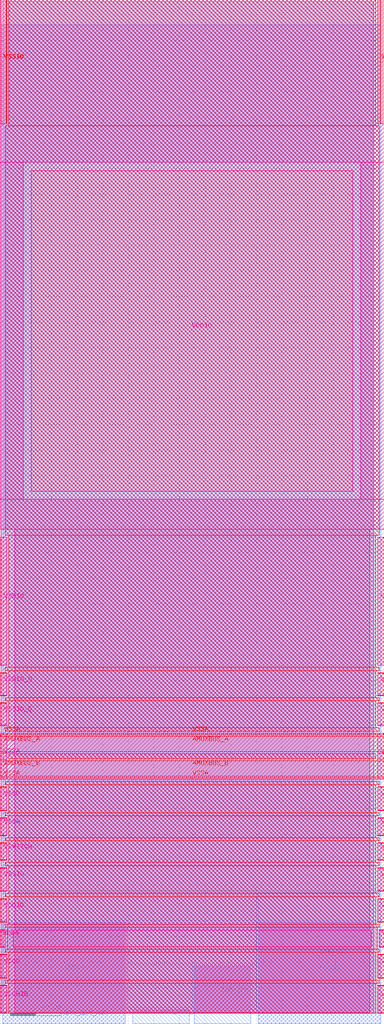
<source format=lef>
VERSION 5.7 ;
  NOWIREEXTENSIONATPIN ON ;
  DIVIDERCHAR "/" ;
  BUSBITCHARS "[]" ;
MACRO sky130_ef_io__vddio_hvc_pad
  CLASS PAD POWER ;
  FOREIGN sky130_ef_io__vddio_hvc_pad ;
  ORIGIN 0.000 0.000 ;
  SIZE 75.000 BY 197.965 ;
  PIN AMUXBUS_A
    DIRECTION INOUT ;
    USE SIGNAL ;
    PORT
      LAYER met4 ;
        RECT 0.000 51.090 75.000 54.070 ;
    END
    PORT
      LAYER met4 ;
        RECT 0.000 51.090 1.270 54.070 ;
    END
  END AMUXBUS_A
  PIN AMUXBUS_B
    DIRECTION INOUT ;
    USE SIGNAL ;
    PORT
      LAYER met4 ;
        RECT 0.000 46.330 75.000 49.310 ;
    END
    PORT
      LAYER met4 ;
        RECT 0.000 46.330 1.270 49.310 ;
    END
  END AMUXBUS_B
  PIN DRN_HVC
    DIRECTION INOUT ;
    USE POWER ;
    PORT
      LAYER met2 ;
        RECT 50.390 -2.035 74.290 23.625 ;
    END
    PORT
      LAYER met3 ;
        RECT 37.890 -2.035 48.890 9.295 ;
    END
  END DRN_HVC
  PIN SRC_BDY_HVC
    ANTENNADIFFAREA 12.516800 ;
    DIRECTION INOUT ;
    USE GROUND ;
    PORT
      LAYER met2 ;
        RECT 0.495 -2.035 24.395 0.020 ;
    END
    PORT
      LAYER met3 ;
        RECT 25.895 -2.035 36.895 0.690 ;
    END
  END SRC_BDY_HVC
  PIN VSSA
    DIRECTION INOUT ;
    USE GROUND ;
    PORT
      LAYER met5 ;
        RECT 73.730 45.700 75.000 54.700 ;
    END
    PORT
      LAYER met5 ;
        RECT 73.730 34.805 75.000 38.050 ;
    END
    PORT
      LAYER met5 ;
        RECT 0.000 45.700 1.270 54.700 ;
    END
    PORT
      LAYER met5 ;
        RECT 0.000 34.805 1.270 38.050 ;
    END
    PORT
      LAYER met4 ;
        RECT 73.730 49.610 75.000 50.790 ;
    END
    PORT
      LAYER met4 ;
        RECT 0.000 54.370 75.000 54.700 ;
    END
    PORT
      LAYER met4 ;
        RECT 0.000 45.700 75.000 46.030 ;
    END
    PORT
      LAYER met4 ;
        RECT 73.730 34.700 75.000 38.150 ;
    END
    PORT
      LAYER met4 ;
        RECT 0.000 45.700 1.270 46.030 ;
    END
    PORT
      LAYER met4 ;
        RECT 0.000 49.610 1.270 50.790 ;
    END
    PORT
      LAYER met4 ;
        RECT 0.000 54.370 1.270 54.700 ;
    END
    PORT
      LAYER met4 ;
        RECT 0.000 34.700 1.270 38.150 ;
    END
  END VSSA
  PIN VDDA
    DIRECTION INOUT ;
    USE POWER ;
    PORT
      LAYER met5 ;
        RECT 74.035 13.000 75.000 16.250 ;
    END
    PORT
      LAYER met5 ;
        RECT 0.000 13.000 0.965 16.250 ;
    END
    PORT
      LAYER met4 ;
        RECT 74.035 12.900 75.000 16.350 ;
    END
    PORT
      LAYER met4 ;
        RECT 0.000 12.900 0.965 16.350 ;
    END
  END VDDA
  PIN VSWITCH
    DIRECTION INOUT ;
    USE POWER ;
    PORT
      LAYER met5 ;
        RECT 73.730 29.950 75.000 33.200 ;
    END
    PORT
      LAYER met5 ;
        RECT 0.000 29.950 1.270 33.200 ;
    END
    PORT
      LAYER met4 ;
        RECT 73.730 29.850 75.000 33.300 ;
    END
    PORT
      LAYER met4 ;
        RECT 0.000 29.850 1.270 33.300 ;
    END
  END VSWITCH
  PIN VDDIO_Q
    DIRECTION INOUT ;
    USE POWER ;
    PORT
      LAYER met5 ;
        RECT 73.730 62.150 75.000 66.400 ;
    END
    PORT
      LAYER met5 ;
        RECT 0.000 62.150 1.270 66.400 ;
    END
    PORT
      LAYER met4 ;
        RECT 73.730 62.050 75.000 66.500 ;
    END
    PORT
      LAYER met4 ;
        RECT 0.000 62.050 1.270 66.500 ;
    END
  END VDDIO_Q
  PIN VCCHIB
    DIRECTION INOUT ;
    USE POWER ;
    PORT
      LAYER met5 ;
        RECT 73.730 0.100 75.000 5.350 ;
    END
    PORT
      LAYER met5 ;
        RECT 0.000 0.100 1.270 5.350 ;
    END
    PORT
      LAYER met4 ;
        RECT 73.730 0.000 75.000 5.450 ;
    END
    PORT
      LAYER met4 ;
        RECT 0.000 0.000 1.270 5.450 ;
    END
  END VCCHIB
  PIN VDDIO
    DIRECTION INOUT ;
    USE POWER ;
    PORT
      LAYER met5 ;
        RECT 6.100 101.975 68.800 164.590 ;
    END
    PORT
      LAYER met3 ;
        RECT 50.390 -2.035 74.290 17.765 ;
    END
    PORT
      LAYER met3 ;
        RECT 0.495 -2.035 24.395 17.765 ;
    END
    PORT
      LAYER met5 ;
        RECT 73.730 68.000 75.000 92.950 ;
    END
    PORT
      LAYER met5 ;
        RECT 73.730 17.850 75.000 22.300 ;
    END
    PORT
      LAYER met5 ;
        RECT 0.000 68.000 1.270 92.950 ;
    END
    PORT
      LAYER met5 ;
        RECT 0.000 17.850 1.270 22.300 ;
    END
    PORT
      LAYER met4 ;
        RECT 73.730 17.750 75.000 22.400 ;
    END
    PORT
      LAYER met4 ;
        RECT 73.730 68.000 75.000 92.965 ;
    END
    PORT
      LAYER met4 ;
        RECT 0.000 17.750 1.270 22.400 ;
    END
    PORT
      LAYER met4 ;
        RECT 0.000 68.000 1.270 92.965 ;
    END
  END VDDIO
  PIN VCCD
    DIRECTION INOUT ;
    USE POWER ;
    PORT
      LAYER met5 ;
        RECT 73.730 6.950 75.000 11.400 ;
    END
    PORT
      LAYER met5 ;
        RECT 0.000 6.950 1.270 11.400 ;
    END
    PORT
      LAYER met4 ;
        RECT 73.730 6.850 75.000 11.500 ;
    END
    PORT
      LAYER met4 ;
        RECT 0.000 6.850 1.270 11.500 ;
    END
  END VCCD
  PIN VSSIO
    DIRECTION INOUT ;
    USE GROUND ;
    PORT
      LAYER met4 ;
        RECT 0.000 173.750 1.205 197.965 ;
    END
    PORT
      LAYER met4 ;
        RECT 74.225 173.750 75.000 197.965 ;
    END
    PORT
      LAYER met5 ;
        RECT 73.730 23.900 75.000 28.350 ;
    END
    PORT
      LAYER met5 ;
        RECT 0.000 23.900 1.270 28.350 ;
    END
    PORT
      LAYER met4 ;
        RECT 73.730 23.800 75.000 28.450 ;
    END
    PORT
      LAYER met4 ;
        RECT 73.730 173.750 75.000 197.965 ;
    END
    PORT
      LAYER met4 ;
        RECT 0.000 173.750 1.270 197.965 ;
    END
    PORT
      LAYER met4 ;
        RECT 0.000 23.800 1.270 28.450 ;
    END
  END VSSIO
  PIN VSSD
    DIRECTION INOUT ;
    USE GROUND ;
    PORT
      LAYER met5 ;
        RECT 73.730 39.650 75.000 44.100 ;
    END
    PORT
      LAYER met5 ;
        RECT 0.000 39.650 1.270 44.100 ;
    END
    PORT
      LAYER met4 ;
        RECT 73.730 39.550 75.000 44.200 ;
    END
    PORT
      LAYER met4 ;
        RECT 0.000 39.550 1.270 44.200 ;
    END
  END VSSD
  PIN VSSIO_Q
    DIRECTION INOUT ;
    USE GROUND ;
    PORT
      LAYER met5 ;
        RECT 73.730 56.300 75.000 60.550 ;
    END
    PORT
      LAYER met5 ;
        RECT 0.000 56.300 1.270 60.550 ;
    END
    PORT
      LAYER met4 ;
        RECT 73.730 56.200 75.000 60.650 ;
    END
    PORT
      LAYER met4 ;
        RECT 0.000 56.200 1.270 60.650 ;
    END
  END VSSIO_Q
  OBS
      LAYER li1 ;
        RECT 0.610 0.000 72.855 197.660 ;
      LAYER met1 ;
        RECT 0.185 0.000 72.915 197.690 ;
      LAYER met2 ;
        RECT 0.265 23.905 74.290 193.040 ;
        RECT 0.265 0.300 50.110 23.905 ;
        RECT 24.675 0.000 50.110 0.300 ;
      LAYER met3 ;
        RECT 0.240 18.165 74.290 197.965 ;
        RECT 24.795 9.695 49.990 18.165 ;
        RECT 24.795 1.090 37.490 9.695 ;
        RECT 24.795 0.690 25.495 1.090 ;
        RECT 37.295 0.690 37.490 1.090 ;
        RECT 49.290 0.690 49.990 9.695 ;
      LAYER met4 ;
        RECT 1.670 173.350 73.330 197.965 ;
        RECT 0.965 93.365 74.035 173.350 ;
        RECT 1.670 67.600 73.330 93.365 ;
        RECT 0.965 66.900 74.035 67.600 ;
        RECT 1.670 61.650 73.330 66.900 ;
        RECT 0.965 61.050 74.035 61.650 ;
        RECT 1.670 55.800 73.330 61.050 ;
        RECT 0.965 55.100 74.035 55.800 ;
        RECT 1.670 49.710 73.330 50.690 ;
        RECT 0.965 44.600 74.035 45.300 ;
        RECT 1.670 39.150 73.330 44.600 ;
        RECT 0.965 38.550 74.035 39.150 ;
        RECT 1.670 34.300 73.330 38.550 ;
        RECT 0.965 33.700 74.035 34.300 ;
        RECT 1.670 29.450 73.330 33.700 ;
        RECT 0.965 28.850 74.035 29.450 ;
        RECT 1.670 23.400 73.330 28.850 ;
        RECT 0.965 22.800 74.035 23.400 ;
        RECT 1.670 17.350 73.330 22.800 ;
        RECT 0.965 16.750 74.035 17.350 ;
        RECT 1.365 12.500 73.635 16.750 ;
        RECT 0.965 11.900 74.035 12.500 ;
        RECT 1.670 6.450 73.330 11.900 ;
        RECT 0.965 5.850 74.035 6.450 ;
        RECT 1.670 0.000 73.330 5.850 ;
      LAYER met5 ;
        RECT 0.000 166.190 75.000 197.965 ;
        RECT 0.000 100.375 4.500 166.190 ;
        RECT 70.400 100.375 75.000 166.190 ;
        RECT 0.000 94.550 75.000 100.375 ;
        RECT 2.870 16.250 72.130 94.550 ;
        RECT 2.565 13.000 72.435 16.250 ;
        RECT 2.870 0.100 72.130 13.000 ;
  END
END sky130_ef_io__vddio_hvc_pad
END LIBRARY


</source>
